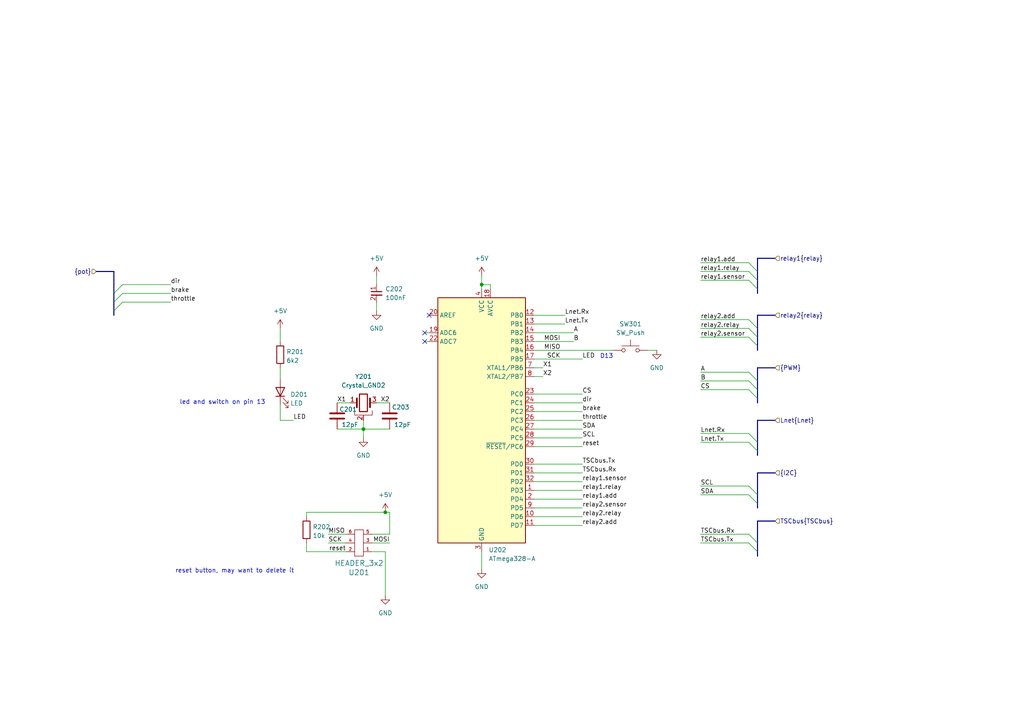
<source format=kicad_sch>
(kicad_sch (version 20230121) (generator eeschema)
  (paper "A4")
  (lib_symbols
    (symbol "Device:C" (pin_numbers hide) (pin_names (offset 0.254))
      (property "Reference" "C" (at 0.635 2.54 0))
      (property "Value" "C" (at 0.635 -2.54 0))
      (symbol "C_0_1"
        (polyline (pts (xy -2.032 -0.762) (xy 2.032 -0.762)) (stroke (width 0.508)))
        (polyline (pts (xy -2.032 0.762) (xy 2.032 0.762)) (stroke (width 0.508)))
      )
      (symbol "C_1_1"
        (pin passive line (at 0 3.81 270) (length 2.794) (name "~") (number "1"))
        (pin passive line (at 0 -3.81 90) (length 2.794) (name "~") (number "2"))
      )
    )
    (symbol "Device:LED" (pin_numbers hide) (pin_names (offset 1.016) hide)
      (property "Reference" "D" (at 0 2.54 0))
      (property "Value" "LED" (at 0 -2.54 0))
      (symbol "LED_0_1"
        (polyline (pts (xy -1.27 -1.27) (xy -1.27 1.27)) (stroke (width 0.254)))
        (polyline (pts (xy -1.27 0) (xy 1.27 0)))
        (polyline (pts (xy 1.27 -1.27) (xy 1.27 1.27) (xy -1.27 0) (xy 1.27 -1.27)) (stroke (width 0.254)))
        (polyline (pts (xy -3.048 -0.762) (xy -4.572 -2.286) (xy -3.81 -2.286) (xy -4.572 -2.286) (xy -4.572 -1.524)))
        (polyline (pts (xy -1.778 -0.762) (xy -3.302 -2.286) (xy -2.54 -2.286) (xy -3.302 -2.286) (xy -3.302 -1.524)))
      )
      (symbol "LED_1_1"
        (pin passive line (at -3.81 0 0) (length 2.54) (name "K") (number "1"))
        (pin passive line (at 3.81 0 180) (length 2.54) (name "A") (number "2"))
      )
    )
    (symbol "Device:R" (pin_numbers hide) (pin_names (offset 0))
      (property "Reference" "R" (at 2.032 0 90))
      (property "Value" "R" (at 0 0 90))
      (symbol "R_0_1"
        (rectangle (start -1.016 -2.54) (end 1.016 2.54) (stroke (width 0.254)))
      )
      (symbol "R_1_1"
        (pin passive line (at 0 3.81 270) (length 1.27) (name "~") (number "1"))
        (pin passive line (at 0 -3.81 90) (length 1.27) (name "~") (number "2"))
      )
    )
    (symbol "MCU_Microchip_ATmega:ATmega328-A"
      (property "Reference" "U" (at -12.7 36.83 0))
      (property "Value" "ATmega328-A" (at 2.54 -36.83 0))
      (symbol "ATmega328-A_0_1"
        (rectangle (start -12.7 -35.56) (end 12.7 35.56) (stroke (width 0.254)) (fill (type background)))
      )
      (symbol "ATmega328-A_1_1"
        (pin bidirectional line (at 15.24 -20.32 180) (length 2.54) (name "PD3") (number "1"))
        (pin bidirectional line (at 15.24 -27.94 180) (length 2.54) (name "PD6") (number "10"))
        (pin bidirectional line (at 15.24 -30.48 180) (length 2.54) (name "PD7") (number "11"))
        (pin bidirectional line (at 15.24 30.48 180) (length 2.54) (name "PB0") (number "12"))
        (pin bidirectional line (at 15.24 27.94 180) (length 2.54) (name "PB1") (number "13"))
        (pin bidirectional line (at 15.24 25.4 180) (length 2.54) (name "PB2") (number "14"))
        (pin bidirectional line (at 15.24 22.86 180) (length 2.54) (name "PB3") (number "15"))
        (pin bidirectional line (at 15.24 20.32 180) (length 2.54) (name "PB4") (number "16"))
        (pin bidirectional line (at 15.24 17.78 180) (length 2.54) (name "PB5") (number "17"))
        (pin power_in line (at 2.54 38.1 270) (length 2.54) (name "AVCC") (number "18"))
        (pin input line (at -15.24 25.4 0) (length 2.54) (name "ADC6") (number "19"))
        (pin bidirectional line (at 15.24 -22.86 180) (length 2.54) (name "PD4") (number "2"))
        (pin passive line (at -15.24 30.48 0) (length 2.54) (name "AREF") (number "20"))
        (pin passive line (at 0 -38.1 90) (length 2.54) hide (name "GND") (number "21"))
        (pin input line (at -15.24 22.86 0) (length 2.54) (name "ADC7") (number "22"))
        (pin bidirectional line (at 15.24 7.62 180) (length 2.54) (name "PC0") (number "23"))
        (pin bidirectional line (at 15.24 5.08 180) (length 2.54) (name "PC1") (number "24"))
        (pin bidirectional line (at 15.24 2.54 180) (length 2.54) (name "PC2") (number "25"))
        (pin bidirectional line (at 15.24 0 180) (length 2.54) (name "PC3") (number "26"))
        (pin bidirectional line (at 15.24 -2.54 180) (length 2.54) (name "PC4") (number "27"))
        (pin bidirectional line (at 15.24 -5.08 180) (length 2.54) (name "PC5") (number "28"))
        (pin bidirectional line (at 15.24 -7.62 180) (length 2.54) (name "~{RESET}/PC6") (number "29"))
        (pin power_in line (at 0 -38.1 90) (length 2.54) (name "GND") (number "3"))
        (pin bidirectional line (at 15.24 -12.7 180) (length 2.54) (name "PD0") (number "30"))
        (pin bidirectional line (at 15.24 -15.24 180) (length 2.54) (name "PD1") (number "31"))
        (pin bidirectional line (at 15.24 -17.78 180) (length 2.54) (name "PD2") (number "32"))
        (pin power_in line (at 0 38.1 270) (length 2.54) (name "VCC") (number "4"))
        (pin passive line (at 0 -38.1 90) (length 2.54) hide (name "GND") (number "5"))
        (pin passive line (at 0 38.1 270) (length 2.54) hide (name "VCC") (number "6"))
        (pin bidirectional line (at 15.24 15.24 180) (length 2.54) (name "XTAL1/PB6") (number "7"))
        (pin bidirectional line (at 15.24 12.7 180) (length 2.54) (name "XTAL2/PB7") (number "8"))
        (pin bidirectional line (at 15.24 -25.4 180) (length 2.54) (name "PD5") (number "9"))
      )
    )
    (symbol "capacitor_miscellaneous:C_0402_100nF"
      (property "Reference" "U" (at 1.27 2.54 0))
      (property "Value" "100nF" (at 3.81 -2.54 0))
      (property "JLCPCB Part#" "C307331" (at 0 0 0))
      (symbol "C_0402_100nF_0_1"
        (polyline (pts (xy -1.524 -0.508) (xy 1.524 -0.508)) (stroke (width 0.3302)))
        (polyline (pts (xy -1.524 0.508) (xy 1.524 0.508)) (stroke (width 0.3048)))
      )
      (symbol "C_0402_100nF_1_1"
        (pin passive line (at 0 2.54 270) (length 2.032) (name "~") (number "1"))
        (pin passive line (at 0 -2.54 90) (length 2.032) (name "~") (number "2"))
      )
    )
    (symbol "custom_kicad_lib_sk:crystal_arduino" (pin_names (offset 1.016) hide)
      (property "Reference" "Y" (at 0 5.715 0))
      (property "Value" "Crystal_GND2" (at 0 3.81 0))
      (property "JLCPCB Part#" "C13738" (at 0 0 0))
      (symbol "crystal_arduino_0_1"
        (rectangle (start -1.143 2.54) (end 1.143 -2.54) (stroke (width 0.3048)))
        (polyline (pts (xy -2.54 0) (xy -1.905 0)))
        (polyline (pts (xy -1.905 -1.27) (xy -1.905 1.27)) (stroke (width 0.508)))
        (polyline (pts (xy 0 -3.81) (xy 0 -3.556)))
        (polyline (pts (xy 1.905 0) (xy 2.54 0)))
        (polyline (pts (xy 1.905 1.27) (xy 1.905 -1.27)) (stroke (width 0.508)))
        (polyline (pts (xy -2.54 -2.286) (xy -2.54 -3.556) (xy 2.54 -3.556) (xy 2.54 -2.286)))
      )
      (symbol "crystal_arduino_1_1"
        (pin passive line (at -3.81 0 0) (length 1.27) (name "1") (number "1"))
        (pin passive line (at 0 -5.08 90) (length 1.27) (name "GND") (number "2"))
        (pin passive line (at 3.81 0 180) (length 1.27) (name "3") (number "3"))
        (pin passive line (at 0 -5.08 90) (length 1.27) hide (name "GND") (number "4"))
      )
    )
    (symbol "custom_kicad_lib_sk:tactile_SMD_6mm" (pin_numbers hide) (pin_names (offset 1.016) hide)
      (property "Reference" "SW" (at 1.27 2.54 0))
      (property "Value" "SW_Push" (at 0 -1.524 0))
      (symbol "tactile_SMD_6mm_0_1"
        (circle (center -2.032 0) (radius 0.508))
        (polyline (pts (xy 0 1.27) (xy 0 3.048)))
        (polyline (pts (xy 2.54 1.27) (xy -2.54 1.27)))
        (circle (center 2.032 0) (radius 0.508))
        (pin passive line (at -5.08 0 0) (length 2.54) (name "1") (number "1"))
        (pin passive line (at 5.08 0 180) (length 2.54) (name "2") (number "2"))
      )
    )
    (symbol "power:+5V" (power) (pin_names (offset 0))
      (property "Value" "+5V" (at 0 3.556 0))
      (symbol "+5V_0_1"
        (polyline (pts (xy -0.762 1.27) (xy 0 2.54)))
        (polyline (pts (xy 0 0) (xy 0 2.54)))
        (polyline (pts (xy 0 2.54) (xy 0.762 1.27)))
      )
      (symbol "+5V_1_1"
        (pin power_in line (at 0 0 90) (length 0) hide (name "+5V") (number "1"))
      )
    )
    (symbol "power:GND" (power) (pin_names (offset 0))
      (property "Value" "GND" (at 0 -3.81 0))
      (symbol "GND_0_1"
        (polyline (pts (xy 0 0) (xy 0 -1.27) (xy 1.27 -1.27) (xy 0 -2.54) (xy -1.27 -1.27) (xy 0 -1.27)))
      )
      (symbol "GND_1_1"
        (pin power_in line (at 0 0 270) (length 0) hide (name "GND") (number "1"))
      )
    )
    (symbol "servoDriverSMD-rescue:HEADER_3x2-w_connectors" (pin_names (offset 0))
      (property "Reference" "J" (at 0 5.08 0))
      (property "Value" "HEADER_3x2-w_connectors" (at 0 -5.08 0))
      (symbol "HEADER_3x2-w_connectors_0_1"
        (rectangle (start 1.27 3.81) (end -1.27 -3.81))
      )
      (symbol "HEADER_3x2-w_connectors_1_1"
        (pin passive line (at -3.81 2.54 0) (length 2.54) (name "~") (number "1"))
        (pin passive line (at 3.81 2.54 180) (length 2.54) (name "~") (number "2"))
        (pin passive line (at -3.81 0 0) (length 2.54) (name "~") (number "3"))
        (pin passive line (at 3.81 0 180) (length 2.54) (name "~") (number "4"))
        (pin passive line (at -3.81 -2.54 0) (length 2.54) (name "~") (number "5"))
        (pin passive line (at 3.81 -2.54 180) (length 2.54) (name "~") (number "6"))
      )
    )
  )
  (bus_alias "TSCbus" (members "Tx" "Rx"))
  (bus_alias "pot" (members "brake" "throttle" "dir"))
  (junction (at 105.41 124.46))
  (junction (at 111.76 148.59))
  (junction (at 139.7 82.55))
  (no_connect (at 123.19 96.52))
  (no_connect (at 124.46 91.44))
  (no_connect (at 123.19 99.06))
  (bus_entry (at 217.17 110.49) (size 2.54 2.54))
  (bus_entry (at 217.17 92.71) (size 2.54 2.54))
  (bus_entry (at 217.17 97.79) (size 2.54 2.54))
  (bus_entry (at 217.17 95.25) (size 2.54 2.54))
  (bus_entry (at 217.17 140.97) (size 2.54 2.54))
  (bus_entry (at 217.17 76.2) (size 2.54 2.54))
  (bus_entry (at 35.56 82.55) (size -2.54 2.54))
  (bus_entry (at 35.56 85.09) (size -2.54 2.54))
  (bus_entry (at 217.17 81.28) (size 2.54 2.54))
  (bus_entry (at 217.17 154.94) (size 2.54 2.54))
  (bus_entry (at 217.17 78.74) (size 2.54 2.54))
  (bus_entry (at 217.17 107.95) (size 2.54 2.54))
  (bus_entry (at 217.17 113.03) (size 2.54 2.54))
  (bus_entry (at 35.56 87.63) (size -2.54 2.54))
  (bus_entry (at 217.17 128.27) (size 2.54 2.54))
  (bus_entry (at 217.17 143.51) (size 2.54 2.54))
  (bus_entry (at 217.17 125.73) (size 2.54 2.54))
  (bus_entry (at 217.17 157.48) (size 2.54 2.54))
  (wire (pts (xy 111.76 148.59) (xy 113.03 148.59)))
  (wire (pts (xy 168.91 142.24) (xy 154.94 142.24)))
  (wire (pts (xy 203.2 157.48) (xy 217.17 157.48)))
  (wire (pts (xy 139.7 82.55) (xy 139.7 83.82)))
  (wire (pts (xy 203.2 110.49) (xy 217.17 110.49)))
  (wire (pts (xy 105.41 124.46) (xy 113.03 124.46)))
  (bus (pts (xy 224.79 137.16) (xy 219.71 137.16)))
  (bus (pts (xy 219.71 137.16) (xy 219.71 143.51)))
  (wire (pts (xy 154.94 127) (xy 168.91 127)))
  (wire (pts (xy 107.95 154.94) (xy 113.03 154.94)))
  (wire (pts (xy 203.2 154.94) (xy 217.17 154.94)))
  (bus (pts (xy 219.71 97.79) (xy 219.71 100.33)))
  (bus (pts (xy 224.79 74.93) (xy 219.71 74.93)))
  (wire (pts (xy 187.96 101.6) (xy 190.5 101.6)))
  (wire (pts (xy 35.56 87.63) (xy 49.53 87.63)))
  (wire (pts (xy 111.76 160.02) (xy 107.95 160.02)))
  (wire (pts (xy 142.24 82.55) (xy 139.7 82.55)))
  (wire (pts (xy 154.94 124.46) (xy 168.91 124.46)))
  (bus (pts (xy 219.71 121.92) (xy 219.71 128.27)))
  (wire (pts (xy 203.2 92.71) (xy 217.17 92.71)))
  (wire (pts (xy 49.53 82.55) (xy 35.56 82.55)))
  (wire (pts (xy 100.33 157.48) (xy 95.25 157.48)))
  (wire (pts (xy 101.6 116.84) (xy 97.79 116.84)))
  (wire (pts (xy 168.91 139.7) (xy 154.94 139.7)))
  (bus (pts (xy 219.71 113.03) (xy 219.71 115.57)))
  (bus (pts (xy 224.79 151.13) (xy 219.71 151.13)))
  (wire (pts (xy 168.91 149.86) (xy 154.94 149.86)))
  (bus (pts (xy 33.02 87.63) (xy 33.02 90.17)))
  (wire (pts (xy 88.9 160.02) (xy 100.33 160.02)))
  (wire (pts (xy 88.9 148.59) (xy 111.76 148.59)))
  (bus (pts (xy 219.71 110.49) (xy 219.71 113.03)))
  (wire (pts (xy 81.28 117.475) (xy 81.28 121.92)))
  (bus (pts (xy 219.71 91.44) (xy 219.71 95.25)))
  (bus (pts (xy 219.71 151.13) (xy 219.71 157.48)))
  (wire (pts (xy 154.94 129.54) (xy 168.91 129.54)))
  (wire (pts (xy 168.91 152.4) (xy 154.94 152.4)))
  (wire (pts (xy 113.03 154.94) (xy 113.03 148.59)))
  (bus (pts (xy 224.79 121.92) (xy 219.71 121.92)))
  (bus (pts (xy 33.02 90.17) (xy 33.02 91.44)))
  (bus (pts (xy 219.71 95.25) (xy 219.71 97.79)))
  (wire (pts (xy 168.91 116.84) (xy 154.94 116.84)))
  (bus (pts (xy 219.71 143.51) (xy 219.71 146.05)))
  (wire (pts (xy 154.94 109.22) (xy 157.48 109.22)))
  (wire (pts (xy 139.7 160.02) (xy 139.7 165.1)))
  (wire (pts (xy 203.2 81.28) (xy 217.17 81.28)))
  (bus (pts (xy 224.79 91.44) (xy 219.71 91.44)))
  (wire (pts (xy 123.19 96.52) (xy 124.46 96.52)))
  (wire (pts (xy 88.9 157.48) (xy 88.9 160.02)))
  (wire (pts (xy 203.2 125.73) (xy 217.17 125.73)))
  (wire (pts (xy 203.2 140.97) (xy 217.17 140.97)))
  (wire (pts (xy 203.2 78.74) (xy 217.17 78.74)))
  (bus (pts (xy 219.71 83.82) (xy 219.71 85.09)))
  (bus (pts (xy 219.71 78.74) (xy 219.71 81.28)))
  (wire (pts (xy 107.95 157.48) (xy 113.03 157.48)))
  (wire (pts (xy 154.94 121.92) (xy 168.91 121.92)))
  (wire (pts (xy 81.28 106.68) (xy 81.28 109.855)))
  (wire (pts (xy 105.41 121.92) (xy 105.41 124.46)))
  (wire (pts (xy 109.22 116.84) (xy 113.03 116.84)))
  (wire (pts (xy 168.91 144.78) (xy 154.94 144.78)))
  (wire (pts (xy 123.19 99.06) (xy 124.46 99.06)))
  (bus (pts (xy 219.71 115.57) (xy 219.71 116.84)))
  (wire (pts (xy 139.7 80.01) (xy 139.7 82.55)))
  (wire (pts (xy 203.2 97.79) (xy 217.17 97.79)))
  (wire (pts (xy 35.56 85.09) (xy 49.53 85.09)))
  (wire (pts (xy 111.76 160.02) (xy 111.76 172.72)))
  (wire (pts (xy 154.94 106.68) (xy 157.48 106.68)))
  (wire (pts (xy 203.2 95.25) (xy 217.17 95.25)))
  (wire (pts (xy 168.91 114.3) (xy 154.94 114.3)))
  (wire (pts (xy 95.25 154.94) (xy 100.33 154.94)))
  (wire (pts (xy 81.28 95.25) (xy 81.28 99.06)))
  (bus (pts (xy 219.71 130.81) (xy 219.71 132.08)))
  (bus (pts (xy 224.79 106.68) (xy 219.71 106.68)))
  (wire (pts (xy 109.22 87.63) (xy 109.22 90.17)))
  (bus (pts (xy 27.94 78.74) (xy 33.02 78.74)))
  (wire (pts (xy 203.2 113.03) (xy 217.17 113.03)))
  (wire (pts (xy 154.94 99.06) (xy 166.37 99.06)))
  (wire (pts (xy 88.9 148.59) (xy 88.9 149.86)))
  (wire (pts (xy 154.94 101.6) (xy 177.8 101.6)))
  (wire (pts (xy 85.09 121.92) (xy 81.28 121.92)))
  (bus (pts (xy 219.71 146.05) (xy 219.71 147.32)))
  (bus (pts (xy 219.71 100.33) (xy 219.71 101.6)))
  (wire (pts (xy 154.94 119.38) (xy 168.91 119.38)))
  (wire (pts (xy 154.94 93.98) (xy 163.83 93.98)))
  (wire (pts (xy 154.94 137.16) (xy 168.91 137.16)))
  (wire (pts (xy 97.79 124.46) (xy 105.41 124.46)))
  (wire (pts (xy 109.22 80.01) (xy 109.22 82.55)))
  (wire (pts (xy 154.94 134.62) (xy 168.91 134.62)))
  (wire (pts (xy 168.91 147.32) (xy 154.94 147.32)))
  (bus (pts (xy 33.02 78.74) (xy 33.02 85.09)))
  (wire (pts (xy 105.41 124.46) (xy 105.41 127)))
  (wire (pts (xy 154.94 104.14) (xy 168.91 104.14)))
  (wire (pts (xy 142.24 83.82) (xy 142.24 82.55)))
  (bus (pts (xy 219.71 106.68) (xy 219.71 110.49)))
  (bus (pts (xy 219.71 81.28) (xy 219.71 83.82)))
  (bus (pts (xy 219.71 74.93) (xy 219.71 78.74)))
  (wire (pts (xy 203.2 76.2) (xy 217.17 76.2)))
  (wire (pts (xy 203.2 107.95) (xy 217.17 107.95)))
  (bus (pts (xy 219.71 128.27) (xy 219.71 130.81)))
  (wire (pts (xy 154.94 91.44) (xy 163.83 91.44)))
  (bus (pts (xy 33.02 85.09) (xy 33.02 87.63)))
  (bus (pts (xy 219.71 157.48) (xy 219.71 160.02)))
  (bus (pts (xy 219.71 160.02) (xy 219.71 161.29)))
  (wire (pts (xy 203.2 128.27) (xy 217.17 128.27)))
  (wire (pts (xy 154.94 96.52) (xy 166.37 96.52)))
  (wire (pts (xy 203.2 143.51) (xy 217.17 143.51)))
  (text "reset button, may want to delete it" (at 50.8 166.37 0) (effects (font (size 1.27 1.27)) (justify left bottom)))
  (text "led and switch on pin 13" (at 52.07 117.475 0) (effects (font (size 1.27 1.27)) (justify left bottom)))
  (text "D13" (at 173.99 104.14 0) (effects (font (size 1.27 1.27)) (justify left bottom)))
  (label "relay2.add" (at 168.91 152.4 0))
  (label "SDA" (at 203.2 143.51 0))
  (label "SCK" (at 95.25 157.48 0))
  (label "relay1.relay" (at 203.2 78.74 0))
  (label "Lnet.Rx" (at 163.83 91.44 0))
  (label "reset" (at 168.91 129.54 0))
  (label "A" (at 166.37 96.52 0))
  (label "X1" (at 97.79 116.84 0))
  (label "X2" (at 157.48 109.22 0))
  (label "dir" (at 49.53 82.55 0))
  (label "TSCbus.Rx" (at 203.2 154.94 0))
  (label "relay2.relay" (at 203.2 95.25 0))
  (label "Lnet.Rx" (at 203.2 125.73 0))
  (label "Lnet.Tx" (at 203.2 128.27 0))
  (label "SCL" (at 203.2 140.97 0))
  (label "MISO" (at 95.25 154.94 0))
  (label "brake" (at 49.53 85.09 0))
  (label "Lnet.Tx" (at 163.83 93.98 0))
  (label "dir" (at 168.91 116.84 0))
  (label "relay1.sensor" (at 203.2 81.28 0))
  (label "MOSI" (at 162.56 99.06 180))
  (label "B" (at 203.2 110.49 0))
  (label "brake" (at 168.91 119.38 0))
  (label "TSCbus.Rx" (at 168.91 137.16 0))
  (label "reset" (at 100.33 160.02 180))
  (label "throttle" (at 168.91 121.92 0))
  (label "B" (at 166.37 99.06 0))
  (label "CS" (at 203.2 113.03 0))
  (label "relay2.sensor" (at 168.91 147.32 0))
  (label "relay2.add" (at 203.2 92.71 0))
  (label "relay1.add" (at 168.91 144.78 0))
  (label "relay1.relay" (at 168.91 142.24 0))
  (label "SDA" (at 168.91 124.46 0))
  (label "TSCbus.Tx" (at 203.2 157.48 0))
  (label "CS" (at 168.91 114.3 0))
  (label "relay1.add" (at 203.2 76.2 0))
  (label "LED" (at 168.91 104.14 0))
  (label "X1" (at 157.48 106.68 0))
  (label "SCK" (at 162.56 104.14 180))
  (label "MISO" (at 162.56 101.6 180))
  (label "throttle" (at 49.53 87.63 0))
  (label "LED" (at 85.09 121.92 0))
  (label "MOSI" (at 113.03 157.48 180))
  (label "relay2.sensor" (at 203.2 97.79 0))
  (label "A" (at 203.2 107.95 0))
  (label "TSCbus.Tx" (at 168.91 134.62 0))
  (label "relay2.relay" (at 168.91 149.86 0))
  (label "SCL" (at 168.91 127 0))
  (label "X2" (at 113.03 116.84 180))
  (label "relay1.sensor" (at 168.91 139.7 0))
  (hierarchical_label "Lnet{Lnet}" (shape input) (at 224.79 121.92 0))
  (hierarchical_label "{PWM}" (shape input) (at 224.79 106.68 0))
  (hierarchical_label "relay2{relay}" (shape input) (at 224.79 91.44 0))
  (hierarchical_label "relay1{relay}" (shape input) (at 224.79 74.93 0))
  (hierarchical_label "TSCbus{TSCbus}" (shape input) (at 224.79 151.13 0))
  (hierarchical_label "{I2C}" (shape input) (at 224.79 137.16 0))
  (hierarchical_label "{pot}" (shape input) (at 27.94 78.74 180))
  (symbol (lib_id "custom_kicad_lib_sk:crystal_arduino") (at 105.41 116.84 0) (unit 1)
    (property "Reference" "Y201" (at 105.41 109.22 0))
    (property "Value" "Crystal_GND2" (at 105.41 111.76 0))
    (property "Footprint" "custom_kicad_lib_sk:crystal_arduino" (effects hide))
    (property "JLCPCB Part#" "C13738" (effects hide))
    (instances (project "relayTrackerController" (path "" (reference "Y201") (unit 1))) (project "atmega328" (path "" (reference "Y201") (unit 1))) (project "general_schematics" (path "" (reference "Y?") (unit 1)) (path "" (reference "Y1401") (unit 1))))
  )
  (symbol (lib_id "Device:C") (at 113.03 120.65 180) (unit 1)
    (property "Reference" "C203" (at 113.665 118.11 0) (effects (justify right)))
    (property "Value" "12pF" (at 114.3 123.19 0) (effects (justify right)))
    (property "Footprint" "Capacitor_SMD:C_0603_1608Metric" (effects hide))
    (property "JLCPCB Part#" "C38523" (effects hide))
    (instances (project "relayTrackerController" (path "" (reference "C203") (unit 1))) (project "atmega328" (path "" (reference "C203") (unit 1))) (project "general_schematics" (path "" (reference "C?") (unit 1)) (path "" (reference "C1403") (unit 1))))
  )
  (symbol (lib_id "Device:R") (at 81.28 102.87 0) (unit 1)
    (property "Reference" "R201" (at 83.058 102.0353 0) (effects (justify left)))
    (property "Value" "6k2" (at 83.058 104.5722 0) (effects (justify left)))
    (property "Footprint" "Resistor_SMD:R_0603_1608Metric_Pad0.98x0.95mm_HandSolder" (effects hide))
    (property "JLCPCB Part#" "C4260" (effects hide))
    (instances (project "relayTrackerController" (path "" (reference "R201") (unit 1))) (project "atmega328" (path "" (reference "R201") (unit 1))) (project "general_schematics" (path "" (reference "R1401") (unit 1))))
  )
  (symbol (lib_id "MCU_Microchip_ATmega:ATmega328-A") (at 139.7 121.92 0) (unit 1)
    (property "Reference" "U202" (at 141.7194 159.5104 0) (effects (justify left)))
    (property "Value" "ATmega328-A" (at 141.7194 162.0473 0) (effects (justify left)))
    (property "Footprint" "Package_QFP:TQFP-32_7x7mm_P0.8mm" (effects hide))
    (property "Datasheet" "http://ww1.microchip.com/downloads/en/DeviceDoc/ATmega328_P%20AVR%20MCU%20with%20picoPower%20Technology%20Data%20Sheet%2040001984A.pdf" (effects hide))
    (property "JLCPCB Part#" "C14877" (effects hide))
    (instances (project "relayTrackerController" (path "" (reference "U202") (unit 1))) (project "atmega328" (path "" (reference "U202") (unit 1))) (project "general_schematics" (path "" (reference "U1402") (unit 1))))
  )
  (symbol (lib_id "Device:C") (at 97.79 120.65 180) (unit 1)
    (property "Reference" "C201" (at 98.425 118.745 0) (effects (justify right)))
    (property "Value" "12pF" (at 99.06 123.19 0) (effects (justify right)))
    (property "Footprint" "Capacitor_SMD:C_0603_1608Metric" (effects hide))
    (property "JLCPCB Part#" "C38523" (effects hide))
    (instances (project "relayTrackerController" (path "" (reference "C201") (unit 1))) (project "atmega328" (path "" (reference "C201") (unit 1))) (project "general_schematics" (path "" (reference "C?") (unit 1)) (path "" (reference "C1401") (unit 1))))
  )
  (symbol (lib_id "custom_kicad_lib_sk:tactile_SMD_6mm") (at 182.88 101.6 0) (unit 1)
    (property "Reference" "SW301" (at 182.88 93.98 0))
    (property "Value" "SW_Push" (at 182.88 96.52 0))
    (property "Footprint" "custom_kicad_lib_sk:tactile_SMD_6mm" (effects hide))
    (property "JLCPCB Part#" "C294569" (effects hide))
    (instances (project "relayTrackerController" (path "" (reference "SW301") (unit 1)) (path "" (reference "SW501") (unit 1)) (path "" (reference "SW201") (unit 1))))
  )
  (symbol (lib_id "power:+5V") (at 111.76 148.59 0) (unit 1)
    (property "Reference" "#PWR0203" (effects hide))
    (property "Value" "+5V" (at 111.76 143.51 0))
  )
  (symbol (lib_id "power:+5V") (at 81.28 95.25 0) (unit 1)
    (property "Reference" "#PWR0204" (effects hide))
    (property "Value" "+5V" (at 81.28 90.17 0))
  )
  (symbol (lib_id "power:+5V") (at 109.22 80.01 0) (unit 1)
    (property "Reference" "#PWR0205" (effects hide))
    (property "Value" "+5V" (at 109.22 74.93 0))
  )
  (symbol (lib_id "power:GND") (at 109.22 90.17 0) (unit 1)
    (property "Reference" "#PWR0208" (effects hide))
    (property "Value" "GND" (at 109.22 95.25 0))
  )
  (symbol (lib_id "Device:LED") (at 81.28 113.665 90) (unit 1)
    (property "Reference" "D201" (at 84.201 114.4178 90) (effects (justify right)))
    (property "Value" "LED" (at 84.201 116.9547 90) (effects (justify right)))
    (property "Footprint" "LED_SMD:LED_0805_2012Metric_Pad1.15x1.40mm_HandSolder" (effects hide))
    (property "JLCPCB Part#" "C84256" (effects hide))
    (instances (project "relayTrackerController" (path "" (reference "D201") (unit 1))) (project "atmega328" (path "" (reference "D201") (unit 1))) (project "general_schematics" (path "" (reference "D1401") (unit 1))))
  )
  (symbol (lib_id "servoDriverSMD-rescue:HEADER_3x2-w_connectors") (at 104.14 157.48 180) (unit 1)
    (property "Reference" "U201" (at 104.14 166.0398 0) (effects (font (size 1.524 1.524))))
    (property "Value" "HEADER_3x2" (at 104.14 163.3474 0) (effects (font (size 1.524 1.524))))
    (property "Footprint" "Connector_PinSocket_1.27mm:PinSocket_2x03_P1.27mm_Vertical" (effects hide))
    (instances (project "relayTrackerController" (path "" (reference "U201") (unit 1))) (project "atmega328" (path "" (reference "U201") (unit 1))) (project "general_schematics" (path "" (reference "U1401") (unit 1))))
  )
  (symbol (lib_id "power:GND") (at 111.76 172.72 0) (unit 1)
    (property "Reference" "#PWR0202" (effects hide))
    (property "Value" "GND" (at 111.76 177.8 0))
  )
  (symbol (lib_id "power:+5V") (at 139.7 80.01 0) (unit 1)
    (property "Reference" "#PWR0206" (effects hide))
    (property "Value" "+5V" (at 139.7 74.93 0))
  )
  (symbol (lib_id "Device:R") (at 88.9 153.67 0) (unit 1)
    (property "Reference" "R202" (at 90.678 152.8353 0) (effects (justify left)))
    (property "Value" "10k" (at 90.678 155.3722 0) (effects (justify left)))
    (property "Footprint" "Resistor_SMD:R_0402_1005Metric_Pad0.72x0.64mm_HandSolder" (effects hide))
    (property "JLCPCB Part#" "C25744" (effects hide))
    (instances (project "relayTrackerController" (path "" (reference "R202") (unit 1))) (project "atmega328" (path "" (reference "R202") (unit 1))) (project "general_schematics" (path "" (reference "R1402") (unit 1))))
  )
  (symbol (lib_id "power:GND") (at 190.5 101.6 0) (unit 1)
    (property "Reference" "#PWR0209" (effects hide))
    (property "Value" "GND" (at 190.5 106.68 0))
  )
  (symbol (lib_id "capacitor_miscellaneous:C_0402_100nF") (at 109.22 85.09 0) (unit 1)
    (property "Reference" "C202" (at 111.76 83.8263 0) (effects (justify left)))
    (property "Value" "100nF" (at 111.76 86.3663 0) (effects (justify left)))
    (property "Footprint" "Capacitor_SMD:C_0402_1005Metric" (effects hide))
    (property "JLCPCB Part#" "C307331" (effects hide))
  )
  (symbol (lib_id "power:GND") (at 105.41 127 0) (unit 1)
    (property "Reference" "#PWR0207" (effects hide))
    (property "Value" "GND" (at 105.41 132.08 0))
  )
  (symbol (lib_id "power:GND") (at 139.7 165.1 0) (unit 1)
    (property "Reference" "#PWR0201" (effects hide))
    (property "Value" "GND" (at 139.7 170.18 0))
  )
)
</source>
